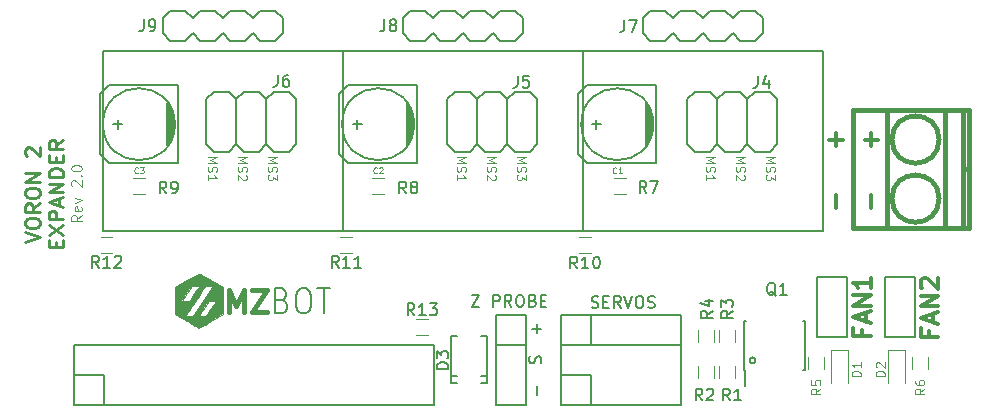
<source format=gto>
G04 #@! TF.FileFunction,Legend,Top*
%FSLAX46Y46*%
G04 Gerber Fmt 4.6, Leading zero omitted, Abs format (unit mm)*
G04 Created by KiCad (PCBNEW 4.0.2-stable) date 12/31/2017 6:43:37 PM*
%MOMM*%
G01*
G04 APERTURE LIST*
%ADD10C,0.100000*%
%ADD11C,0.200000*%
%ADD12C,0.300000*%
%ADD13C,0.420000*%
%ADD14C,0.375000*%
%ADD15C,0.101600*%
%ADD16C,0.254000*%
%ADD17C,0.119380*%
%ADD18C,0.150000*%
%ADD19C,0.120000*%
%ADD20C,0.152400*%
%ADD21C,0.203200*%
%ADD22C,0.127000*%
%ADD23C,0.381000*%
%ADD24C,0.010000*%
G04 APERTURE END LIST*
D10*
D11*
X179483333Y-120704762D02*
X179626190Y-120752381D01*
X179864286Y-120752381D01*
X179959524Y-120704762D01*
X180007143Y-120657143D01*
X180054762Y-120561905D01*
X180054762Y-120466667D01*
X180007143Y-120371429D01*
X179959524Y-120323810D01*
X179864286Y-120276190D01*
X179673809Y-120228571D01*
X179578571Y-120180952D01*
X179530952Y-120133333D01*
X179483333Y-120038095D01*
X179483333Y-119942857D01*
X179530952Y-119847619D01*
X179578571Y-119800000D01*
X179673809Y-119752381D01*
X179911905Y-119752381D01*
X180054762Y-119800000D01*
X180483333Y-120228571D02*
X180816667Y-120228571D01*
X180959524Y-120752381D02*
X180483333Y-120752381D01*
X180483333Y-119752381D01*
X180959524Y-119752381D01*
X181959524Y-120752381D02*
X181626190Y-120276190D01*
X181388095Y-120752381D02*
X181388095Y-119752381D01*
X181769048Y-119752381D01*
X181864286Y-119800000D01*
X181911905Y-119847619D01*
X181959524Y-119942857D01*
X181959524Y-120085714D01*
X181911905Y-120180952D01*
X181864286Y-120228571D01*
X181769048Y-120276190D01*
X181388095Y-120276190D01*
X182245238Y-119752381D02*
X182578571Y-120752381D01*
X182911905Y-119752381D01*
X183435714Y-119752381D02*
X183626191Y-119752381D01*
X183721429Y-119800000D01*
X183816667Y-119895238D01*
X183864286Y-120085714D01*
X183864286Y-120419048D01*
X183816667Y-120609524D01*
X183721429Y-120704762D01*
X183626191Y-120752381D01*
X183435714Y-120752381D01*
X183340476Y-120704762D01*
X183245238Y-120609524D01*
X183197619Y-120419048D01*
X183197619Y-120085714D01*
X183245238Y-119895238D01*
X183340476Y-119800000D01*
X183435714Y-119752381D01*
X184245238Y-120704762D02*
X184388095Y-120752381D01*
X184626191Y-120752381D01*
X184721429Y-120704762D01*
X184769048Y-120657143D01*
X184816667Y-120561905D01*
X184816667Y-120466667D01*
X184769048Y-120371429D01*
X184721429Y-120323810D01*
X184626191Y-120276190D01*
X184435714Y-120228571D01*
X184340476Y-120180952D01*
X184292857Y-120133333D01*
X184245238Y-120038095D01*
X184245238Y-119942857D01*
X184292857Y-119847619D01*
X184340476Y-119800000D01*
X184435714Y-119752381D01*
X184673810Y-119752381D01*
X184816667Y-119800000D01*
X169309524Y-119652381D02*
X169976191Y-119652381D01*
X169309524Y-120652381D01*
X169976191Y-120652381D01*
X171119048Y-120652381D02*
X171119048Y-119652381D01*
X171500001Y-119652381D01*
X171595239Y-119700000D01*
X171642858Y-119747619D01*
X171690477Y-119842857D01*
X171690477Y-119985714D01*
X171642858Y-120080952D01*
X171595239Y-120128571D01*
X171500001Y-120176190D01*
X171119048Y-120176190D01*
X172690477Y-120652381D02*
X172357143Y-120176190D01*
X172119048Y-120652381D02*
X172119048Y-119652381D01*
X172500001Y-119652381D01*
X172595239Y-119700000D01*
X172642858Y-119747619D01*
X172690477Y-119842857D01*
X172690477Y-119985714D01*
X172642858Y-120080952D01*
X172595239Y-120128571D01*
X172500001Y-120176190D01*
X172119048Y-120176190D01*
X173309524Y-119652381D02*
X173500001Y-119652381D01*
X173595239Y-119700000D01*
X173690477Y-119795238D01*
X173738096Y-119985714D01*
X173738096Y-120319048D01*
X173690477Y-120509524D01*
X173595239Y-120604762D01*
X173500001Y-120652381D01*
X173309524Y-120652381D01*
X173214286Y-120604762D01*
X173119048Y-120509524D01*
X173071429Y-120319048D01*
X173071429Y-119985714D01*
X173119048Y-119795238D01*
X173214286Y-119700000D01*
X173309524Y-119652381D01*
X174500001Y-120128571D02*
X174642858Y-120176190D01*
X174690477Y-120223810D01*
X174738096Y-120319048D01*
X174738096Y-120461905D01*
X174690477Y-120557143D01*
X174642858Y-120604762D01*
X174547620Y-120652381D01*
X174166667Y-120652381D01*
X174166667Y-119652381D01*
X174500001Y-119652381D01*
X174595239Y-119700000D01*
X174642858Y-119747619D01*
X174690477Y-119842857D01*
X174690477Y-119938095D01*
X174642858Y-120033333D01*
X174595239Y-120080952D01*
X174500001Y-120128571D01*
X174166667Y-120128571D01*
X175166667Y-120128571D02*
X175500001Y-120128571D01*
X175642858Y-120652381D02*
X175166667Y-120652381D01*
X175166667Y-119652381D01*
X175642858Y-119652381D01*
X174821429Y-128150000D02*
X174821429Y-127388095D01*
X175154762Y-125435714D02*
X175202381Y-125292857D01*
X175202381Y-125054761D01*
X175154762Y-124959523D01*
X175107143Y-124911904D01*
X175011905Y-124864285D01*
X174916667Y-124864285D01*
X174821429Y-124911904D01*
X174773810Y-124959523D01*
X174726190Y-125054761D01*
X174678571Y-125245238D01*
X174630952Y-125340476D01*
X174583333Y-125388095D01*
X174488095Y-125435714D01*
X174392857Y-125435714D01*
X174297619Y-125388095D01*
X174250000Y-125340476D01*
X174202381Y-125245238D01*
X174202381Y-125007142D01*
X174250000Y-124864285D01*
X174821429Y-122911904D02*
X174821429Y-122149999D01*
X175202381Y-122530951D02*
X174440476Y-122530951D01*
D12*
X208042857Y-122678571D02*
X208042857Y-123178571D01*
X208828571Y-123178571D02*
X207328571Y-123178571D01*
X207328571Y-122464285D01*
X208400000Y-121964286D02*
X208400000Y-121250000D01*
X208828571Y-122107143D02*
X207328571Y-121607143D01*
X208828571Y-121107143D01*
X208828571Y-120607143D02*
X207328571Y-120607143D01*
X208828571Y-119750000D01*
X207328571Y-119750000D01*
X207471429Y-119107143D02*
X207400000Y-119035714D01*
X207328571Y-118892857D01*
X207328571Y-118535714D01*
X207400000Y-118392857D01*
X207471429Y-118321428D01*
X207614286Y-118250000D01*
X207757143Y-118250000D01*
X207971429Y-118321428D01*
X208828571Y-119178571D01*
X208828571Y-118250000D01*
X202342857Y-122628571D02*
X202342857Y-123128571D01*
X203128571Y-123128571D02*
X201628571Y-123128571D01*
X201628571Y-122414285D01*
X202700000Y-121914286D02*
X202700000Y-121200000D01*
X203128571Y-122057143D02*
X201628571Y-121557143D01*
X203128571Y-121057143D01*
X203128571Y-120557143D02*
X201628571Y-120557143D01*
X203128571Y-119700000D01*
X201628571Y-119700000D01*
X203128571Y-118200000D02*
X203128571Y-119057143D01*
X203128571Y-118628571D02*
X201628571Y-118628571D01*
X201842857Y-118771428D01*
X201985714Y-118914286D01*
X202057143Y-119057143D01*
D11*
X153266667Y-120100000D02*
X153538096Y-120200000D01*
X153628572Y-120300000D01*
X153719048Y-120500000D01*
X153719048Y-120800000D01*
X153628572Y-121000000D01*
X153538096Y-121100000D01*
X153357143Y-121200000D01*
X152633334Y-121200000D01*
X152633334Y-119100000D01*
X153266667Y-119100000D01*
X153447620Y-119200000D01*
X153538096Y-119300000D01*
X153628572Y-119500000D01*
X153628572Y-119700000D01*
X153538096Y-119900000D01*
X153447620Y-120000000D01*
X153266667Y-120100000D01*
X152633334Y-120100000D01*
X154895239Y-119100000D02*
X155257143Y-119100000D01*
X155438096Y-119200000D01*
X155619048Y-119400000D01*
X155709524Y-119800000D01*
X155709524Y-120500000D01*
X155619048Y-120900000D01*
X155438096Y-121100000D01*
X155257143Y-121200000D01*
X154895239Y-121200000D01*
X154714286Y-121100000D01*
X154533334Y-120900000D01*
X154442858Y-120500000D01*
X154442858Y-119800000D01*
X154533334Y-119400000D01*
X154714286Y-119200000D01*
X154895239Y-119100000D01*
X156252381Y-119100000D02*
X157338096Y-119100000D01*
X156795239Y-121200000D02*
X156795239Y-119100000D01*
D13*
X148761905Y-121109524D02*
X148761905Y-119209524D01*
X149395238Y-120566667D01*
X150028572Y-119209524D01*
X150028572Y-121109524D01*
X150752382Y-119209524D02*
X152019048Y-119209524D01*
X150752382Y-121109524D01*
X152019048Y-121109524D01*
D12*
X203157143Y-107071428D02*
X203157143Y-105928571D01*
X203728571Y-106500000D02*
X202585714Y-106500000D01*
D14*
X200157143Y-107071428D02*
X200157143Y-105928571D01*
X200728571Y-106500000D02*
X199585714Y-106500000D01*
X200171429Y-112321428D02*
X200171429Y-111178571D01*
D15*
X136329067Y-112891499D02*
X135905733Y-113187833D01*
X136329067Y-113399499D02*
X135440067Y-113399499D01*
X135440067Y-113060833D01*
X135482400Y-112976166D01*
X135524733Y-112933833D01*
X135609400Y-112891499D01*
X135736400Y-112891499D01*
X135821067Y-112933833D01*
X135863400Y-112976166D01*
X135905733Y-113060833D01*
X135905733Y-113399499D01*
X136286733Y-112171833D02*
X136329067Y-112256499D01*
X136329067Y-112425833D01*
X136286733Y-112510499D01*
X136202067Y-112552833D01*
X135863400Y-112552833D01*
X135778733Y-112510499D01*
X135736400Y-112425833D01*
X135736400Y-112256499D01*
X135778733Y-112171833D01*
X135863400Y-112129499D01*
X135948067Y-112129499D01*
X136032733Y-112552833D01*
X135736400Y-111833166D02*
X136329067Y-111621499D01*
X135736400Y-111409833D01*
X135524733Y-110436167D02*
X135482400Y-110393833D01*
X135440067Y-110309167D01*
X135440067Y-110097500D01*
X135482400Y-110012833D01*
X135524733Y-109970500D01*
X135609400Y-109928167D01*
X135694067Y-109928167D01*
X135821067Y-109970500D01*
X136329067Y-110478500D01*
X136329067Y-109928167D01*
X136244400Y-109547166D02*
X136286733Y-109504833D01*
X136329067Y-109547166D01*
X136286733Y-109589500D01*
X136244400Y-109547166D01*
X136329067Y-109547166D01*
X135440067Y-108954500D02*
X135440067Y-108869833D01*
X135482400Y-108785167D01*
X135524733Y-108742833D01*
X135609400Y-108700500D01*
X135778733Y-108658167D01*
X135990400Y-108658167D01*
X136159733Y-108700500D01*
X136244400Y-108742833D01*
X136286733Y-108785167D01*
X136329067Y-108869833D01*
X136329067Y-108954500D01*
X136286733Y-109039167D01*
X136244400Y-109081500D01*
X136159733Y-109123833D01*
X135990400Y-109166167D01*
X135778733Y-109166167D01*
X135609400Y-109123833D01*
X135524733Y-109081500D01*
X135482400Y-109039167D01*
X135440067Y-108954500D01*
D16*
X131520213Y-115159767D02*
X132764813Y-114744900D01*
X131520213Y-114330033D01*
X131520213Y-113678100D02*
X131520213Y-113441033D01*
X131579480Y-113322500D01*
X131698013Y-113203967D01*
X131935080Y-113144700D01*
X132349947Y-113144700D01*
X132587013Y-113203967D01*
X132705547Y-113322500D01*
X132764813Y-113441033D01*
X132764813Y-113678100D01*
X132705547Y-113796633D01*
X132587013Y-113915167D01*
X132349947Y-113974433D01*
X131935080Y-113974433D01*
X131698013Y-113915167D01*
X131579480Y-113796633D01*
X131520213Y-113678100D01*
X132764813Y-111900100D02*
X132172147Y-112314966D01*
X132764813Y-112611300D02*
X131520213Y-112611300D01*
X131520213Y-112137166D01*
X131579480Y-112018633D01*
X131638747Y-111959366D01*
X131757280Y-111900100D01*
X131935080Y-111900100D01*
X132053613Y-111959366D01*
X132112880Y-112018633D01*
X132172147Y-112137166D01*
X132172147Y-112611300D01*
X131520213Y-111129633D02*
X131520213Y-110892566D01*
X131579480Y-110774033D01*
X131698013Y-110655500D01*
X131935080Y-110596233D01*
X132349947Y-110596233D01*
X132587013Y-110655500D01*
X132705547Y-110774033D01*
X132764813Y-110892566D01*
X132764813Y-111129633D01*
X132705547Y-111248166D01*
X132587013Y-111366700D01*
X132349947Y-111425966D01*
X131935080Y-111425966D01*
X131698013Y-111366700D01*
X131579480Y-111248166D01*
X131520213Y-111129633D01*
X132764813Y-110062833D02*
X131520213Y-110062833D01*
X132764813Y-109351633D01*
X131520213Y-109351633D01*
X131638747Y-107869965D02*
X131579480Y-107810699D01*
X131520213Y-107692165D01*
X131520213Y-107395832D01*
X131579480Y-107277299D01*
X131638747Y-107218032D01*
X131757280Y-107158765D01*
X131875813Y-107158765D01*
X132053613Y-107218032D01*
X132764813Y-107929232D01*
X132764813Y-107158765D01*
X134109320Y-115574634D02*
X134109320Y-115159767D01*
X134761253Y-114981967D02*
X134761253Y-115574634D01*
X133516653Y-115574634D01*
X133516653Y-114981967D01*
X133516653Y-114567100D02*
X134761253Y-113737367D01*
X133516653Y-113737367D02*
X134761253Y-114567100D01*
X134761253Y-113263234D02*
X133516653Y-113263234D01*
X133516653Y-112789100D01*
X133575920Y-112670567D01*
X133635187Y-112611300D01*
X133753720Y-112552034D01*
X133931520Y-112552034D01*
X134050053Y-112611300D01*
X134109320Y-112670567D01*
X134168587Y-112789100D01*
X134168587Y-113263234D01*
X134405653Y-112077900D02*
X134405653Y-111485234D01*
X134761253Y-112196434D02*
X133516653Y-111781567D01*
X134761253Y-111366700D01*
X134761253Y-110951834D02*
X133516653Y-110951834D01*
X134761253Y-110240634D01*
X133516653Y-110240634D01*
X134761253Y-109647967D02*
X133516653Y-109647967D01*
X133516653Y-109351633D01*
X133575920Y-109173833D01*
X133694453Y-109055300D01*
X133812987Y-108996033D01*
X134050053Y-108936767D01*
X134227853Y-108936767D01*
X134464920Y-108996033D01*
X134583453Y-109055300D01*
X134701987Y-109173833D01*
X134761253Y-109351633D01*
X134761253Y-109647967D01*
X134109320Y-108403367D02*
X134109320Y-107988500D01*
X134761253Y-107810700D02*
X134761253Y-108403367D01*
X133516653Y-108403367D01*
X133516653Y-107810700D01*
X134761253Y-106566100D02*
X134168587Y-106980966D01*
X134761253Y-107277300D02*
X133516653Y-107277300D01*
X133516653Y-106803166D01*
X133575920Y-106684633D01*
X133635187Y-106625366D01*
X133753720Y-106566100D01*
X133931520Y-106566100D01*
X134050053Y-106625366D01*
X134109320Y-106684633D01*
X134168587Y-106803166D01*
X134168587Y-107277300D01*
D12*
X203121429Y-112321428D02*
X203121429Y-111178571D01*
D17*
X194213286Y-107950287D02*
X194975286Y-107950287D01*
X194431000Y-108204287D01*
X194975286Y-108458287D01*
X194213286Y-108458287D01*
X194249571Y-108784858D02*
X194213286Y-108893715D01*
X194213286Y-109075144D01*
X194249571Y-109147715D01*
X194285857Y-109184001D01*
X194358429Y-109220286D01*
X194431000Y-109220286D01*
X194503571Y-109184001D01*
X194539857Y-109147715D01*
X194576143Y-109075144D01*
X194612429Y-108930001D01*
X194648714Y-108857429D01*
X194685000Y-108821144D01*
X194757571Y-108784858D01*
X194830143Y-108784858D01*
X194902714Y-108821144D01*
X194939000Y-108857429D01*
X194975286Y-108930001D01*
X194975286Y-109111429D01*
X194939000Y-109220286D01*
X194975286Y-109474286D02*
X194975286Y-109946000D01*
X194685000Y-109692000D01*
X194685000Y-109800858D01*
X194648714Y-109873429D01*
X194612429Y-109909715D01*
X194539857Y-109946000D01*
X194358429Y-109946000D01*
X194285857Y-109909715D01*
X194249571Y-109873429D01*
X194213286Y-109800858D01*
X194213286Y-109583143D01*
X194249571Y-109510572D01*
X194285857Y-109474286D01*
X191673286Y-107950287D02*
X192435286Y-107950287D01*
X191891000Y-108204287D01*
X192435286Y-108458287D01*
X191673286Y-108458287D01*
X191709571Y-108784858D02*
X191673286Y-108893715D01*
X191673286Y-109075144D01*
X191709571Y-109147715D01*
X191745857Y-109184001D01*
X191818429Y-109220286D01*
X191891000Y-109220286D01*
X191963571Y-109184001D01*
X191999857Y-109147715D01*
X192036143Y-109075144D01*
X192072429Y-108930001D01*
X192108714Y-108857429D01*
X192145000Y-108821144D01*
X192217571Y-108784858D01*
X192290143Y-108784858D01*
X192362714Y-108821144D01*
X192399000Y-108857429D01*
X192435286Y-108930001D01*
X192435286Y-109111429D01*
X192399000Y-109220286D01*
X192362714Y-109510572D02*
X192399000Y-109546858D01*
X192435286Y-109619429D01*
X192435286Y-109800858D01*
X192399000Y-109873429D01*
X192362714Y-109909715D01*
X192290143Y-109946000D01*
X192217571Y-109946000D01*
X192108714Y-109909715D01*
X191673286Y-109474286D01*
X191673286Y-109946000D01*
X189133286Y-107950287D02*
X189895286Y-107950287D01*
X189351000Y-108204287D01*
X189895286Y-108458287D01*
X189133286Y-108458287D01*
X189169571Y-108784858D02*
X189133286Y-108893715D01*
X189133286Y-109075144D01*
X189169571Y-109147715D01*
X189205857Y-109184001D01*
X189278429Y-109220286D01*
X189351000Y-109220286D01*
X189423571Y-109184001D01*
X189459857Y-109147715D01*
X189496143Y-109075144D01*
X189532429Y-108930001D01*
X189568714Y-108857429D01*
X189605000Y-108821144D01*
X189677571Y-108784858D01*
X189750143Y-108784858D01*
X189822714Y-108821144D01*
X189859000Y-108857429D01*
X189895286Y-108930001D01*
X189895286Y-109111429D01*
X189859000Y-109220286D01*
X189133286Y-109946000D02*
X189133286Y-109510572D01*
X189133286Y-109728286D02*
X189895286Y-109728286D01*
X189786429Y-109655715D01*
X189713857Y-109583143D01*
X189677571Y-109510572D01*
X173131286Y-107950287D02*
X173893286Y-107950287D01*
X173349000Y-108204287D01*
X173893286Y-108458287D01*
X173131286Y-108458287D01*
X173167571Y-108784858D02*
X173131286Y-108893715D01*
X173131286Y-109075144D01*
X173167571Y-109147715D01*
X173203857Y-109184001D01*
X173276429Y-109220286D01*
X173349000Y-109220286D01*
X173421571Y-109184001D01*
X173457857Y-109147715D01*
X173494143Y-109075144D01*
X173530429Y-108930001D01*
X173566714Y-108857429D01*
X173603000Y-108821144D01*
X173675571Y-108784858D01*
X173748143Y-108784858D01*
X173820714Y-108821144D01*
X173857000Y-108857429D01*
X173893286Y-108930001D01*
X173893286Y-109111429D01*
X173857000Y-109220286D01*
X173893286Y-109474286D02*
X173893286Y-109946000D01*
X173603000Y-109692000D01*
X173603000Y-109800858D01*
X173566714Y-109873429D01*
X173530429Y-109909715D01*
X173457857Y-109946000D01*
X173276429Y-109946000D01*
X173203857Y-109909715D01*
X173167571Y-109873429D01*
X173131286Y-109800858D01*
X173131286Y-109583143D01*
X173167571Y-109510572D01*
X173203857Y-109474286D01*
X170591286Y-107950287D02*
X171353286Y-107950287D01*
X170809000Y-108204287D01*
X171353286Y-108458287D01*
X170591286Y-108458287D01*
X170627571Y-108784858D02*
X170591286Y-108893715D01*
X170591286Y-109075144D01*
X170627571Y-109147715D01*
X170663857Y-109184001D01*
X170736429Y-109220286D01*
X170809000Y-109220286D01*
X170881571Y-109184001D01*
X170917857Y-109147715D01*
X170954143Y-109075144D01*
X170990429Y-108930001D01*
X171026714Y-108857429D01*
X171063000Y-108821144D01*
X171135571Y-108784858D01*
X171208143Y-108784858D01*
X171280714Y-108821144D01*
X171317000Y-108857429D01*
X171353286Y-108930001D01*
X171353286Y-109111429D01*
X171317000Y-109220286D01*
X171280714Y-109510572D02*
X171317000Y-109546858D01*
X171353286Y-109619429D01*
X171353286Y-109800858D01*
X171317000Y-109873429D01*
X171280714Y-109909715D01*
X171208143Y-109946000D01*
X171135571Y-109946000D01*
X171026714Y-109909715D01*
X170591286Y-109474286D01*
X170591286Y-109946000D01*
X168051286Y-107950287D02*
X168813286Y-107950287D01*
X168269000Y-108204287D01*
X168813286Y-108458287D01*
X168051286Y-108458287D01*
X168087571Y-108784858D02*
X168051286Y-108893715D01*
X168051286Y-109075144D01*
X168087571Y-109147715D01*
X168123857Y-109184001D01*
X168196429Y-109220286D01*
X168269000Y-109220286D01*
X168341571Y-109184001D01*
X168377857Y-109147715D01*
X168414143Y-109075144D01*
X168450429Y-108930001D01*
X168486714Y-108857429D01*
X168523000Y-108821144D01*
X168595571Y-108784858D01*
X168668143Y-108784858D01*
X168740714Y-108821144D01*
X168777000Y-108857429D01*
X168813286Y-108930001D01*
X168813286Y-109111429D01*
X168777000Y-109220286D01*
X168051286Y-109946000D02*
X168051286Y-109510572D01*
X168051286Y-109728286D02*
X168813286Y-109728286D01*
X168704429Y-109655715D01*
X168631857Y-109583143D01*
X168595571Y-109510572D01*
X152049286Y-107950287D02*
X152811286Y-107950287D01*
X152267000Y-108204287D01*
X152811286Y-108458287D01*
X152049286Y-108458287D01*
X152085571Y-108784858D02*
X152049286Y-108893715D01*
X152049286Y-109075144D01*
X152085571Y-109147715D01*
X152121857Y-109184001D01*
X152194429Y-109220286D01*
X152267000Y-109220286D01*
X152339571Y-109184001D01*
X152375857Y-109147715D01*
X152412143Y-109075144D01*
X152448429Y-108930001D01*
X152484714Y-108857429D01*
X152521000Y-108821144D01*
X152593571Y-108784858D01*
X152666143Y-108784858D01*
X152738714Y-108821144D01*
X152775000Y-108857429D01*
X152811286Y-108930001D01*
X152811286Y-109111429D01*
X152775000Y-109220286D01*
X152811286Y-109474286D02*
X152811286Y-109946000D01*
X152521000Y-109692000D01*
X152521000Y-109800858D01*
X152484714Y-109873429D01*
X152448429Y-109909715D01*
X152375857Y-109946000D01*
X152194429Y-109946000D01*
X152121857Y-109909715D01*
X152085571Y-109873429D01*
X152049286Y-109800858D01*
X152049286Y-109583143D01*
X152085571Y-109510572D01*
X152121857Y-109474286D01*
X149509286Y-107950287D02*
X150271286Y-107950287D01*
X149727000Y-108204287D01*
X150271286Y-108458287D01*
X149509286Y-108458287D01*
X149545571Y-108784858D02*
X149509286Y-108893715D01*
X149509286Y-109075144D01*
X149545571Y-109147715D01*
X149581857Y-109184001D01*
X149654429Y-109220286D01*
X149727000Y-109220286D01*
X149799571Y-109184001D01*
X149835857Y-109147715D01*
X149872143Y-109075144D01*
X149908429Y-108930001D01*
X149944714Y-108857429D01*
X149981000Y-108821144D01*
X150053571Y-108784858D01*
X150126143Y-108784858D01*
X150198714Y-108821144D01*
X150235000Y-108857429D01*
X150271286Y-108930001D01*
X150271286Y-109111429D01*
X150235000Y-109220286D01*
X150198714Y-109510572D02*
X150235000Y-109546858D01*
X150271286Y-109619429D01*
X150271286Y-109800858D01*
X150235000Y-109873429D01*
X150198714Y-109909715D01*
X150126143Y-109946000D01*
X150053571Y-109946000D01*
X149944714Y-109909715D01*
X149509286Y-109474286D01*
X149509286Y-109946000D01*
X146969286Y-107950287D02*
X147731286Y-107950287D01*
X147187000Y-108204287D01*
X147731286Y-108458287D01*
X146969286Y-108458287D01*
X147005571Y-108784858D02*
X146969286Y-108893715D01*
X146969286Y-109075144D01*
X147005571Y-109147715D01*
X147041857Y-109184001D01*
X147114429Y-109220286D01*
X147187000Y-109220286D01*
X147259571Y-109184001D01*
X147295857Y-109147715D01*
X147332143Y-109075144D01*
X147368429Y-108930001D01*
X147404714Y-108857429D01*
X147441000Y-108821144D01*
X147513571Y-108784858D01*
X147586143Y-108784858D01*
X147658714Y-108821144D01*
X147695000Y-108857429D01*
X147731286Y-108930001D01*
X147731286Y-109111429D01*
X147695000Y-109220286D01*
X146969286Y-109946000D02*
X146969286Y-109510572D01*
X146969286Y-109728286D02*
X147731286Y-109728286D01*
X147622429Y-109655715D01*
X147549857Y-109583143D01*
X147513571Y-109510572D01*
D18*
X171414800Y-123876600D02*
X173954800Y-123876600D01*
X171414800Y-121336600D02*
X173954800Y-121336600D01*
X173954800Y-121336600D02*
X173954800Y-128956600D01*
X173954800Y-128956600D02*
X171414800Y-128956600D01*
X171414800Y-128956600D02*
X171414800Y-121336600D01*
X199050000Y-114250000D02*
X178730000Y-114250000D01*
X178730000Y-114250000D02*
X178730000Y-99010000D01*
X178730000Y-99010000D02*
X199050000Y-99010000D01*
X199050000Y-99010000D02*
X199050000Y-114250000D01*
X178730000Y-114250000D02*
X158410000Y-114250000D01*
X158410000Y-114250000D02*
X158410000Y-99010000D01*
X158410000Y-99010000D02*
X178730000Y-99010000D01*
X178730000Y-99010000D02*
X178730000Y-114250000D01*
D19*
X201150000Y-124350000D02*
X199750000Y-124350000D01*
X199750000Y-124350000D02*
X199750000Y-127150000D01*
X201150000Y-124350000D02*
X201150000Y-127150000D01*
X206000000Y-124350000D02*
X204600000Y-124350000D01*
X204600000Y-124350000D02*
X204600000Y-127150000D01*
X206000000Y-124350000D02*
X206000000Y-127150000D01*
D20*
X187590000Y-106905000D02*
X188225000Y-107540000D01*
X189495000Y-107540000D02*
X190130000Y-106905000D01*
X190130000Y-106905000D02*
X190765000Y-107540000D01*
X192035000Y-107540000D02*
X192670000Y-106905000D01*
X187590000Y-106905000D02*
X187590000Y-103095000D01*
X187590000Y-103095000D02*
X188225000Y-102460000D01*
X188225000Y-102460000D02*
X189495000Y-102460000D01*
X189495000Y-102460000D02*
X190130000Y-103095000D01*
X190130000Y-103095000D02*
X190765000Y-102460000D01*
X190765000Y-102460000D02*
X192035000Y-102460000D01*
X192035000Y-102460000D02*
X192670000Y-103095000D01*
X190130000Y-103095000D02*
X190130000Y-106905000D01*
X192670000Y-103095000D02*
X192670000Y-106905000D01*
X190765000Y-107540000D02*
X192035000Y-107540000D01*
X188225000Y-107540000D02*
X189495000Y-107540000D01*
X192670000Y-106905000D02*
X193305000Y-107540000D01*
X194575000Y-107540000D02*
X195210000Y-106905000D01*
X192670000Y-103095000D02*
X193305000Y-102460000D01*
X193305000Y-102460000D02*
X194575000Y-102460000D01*
X194575000Y-102460000D02*
X195210000Y-103095000D01*
X195210000Y-103095000D02*
X195210000Y-106905000D01*
X193305000Y-107540000D02*
X194575000Y-107540000D01*
X167240000Y-106905000D02*
X167875000Y-107540000D01*
X169145000Y-107540000D02*
X169780000Y-106905000D01*
X169780000Y-106905000D02*
X170415000Y-107540000D01*
X171685000Y-107540000D02*
X172320000Y-106905000D01*
X167240000Y-106905000D02*
X167240000Y-103095000D01*
X167240000Y-103095000D02*
X167875000Y-102460000D01*
X167875000Y-102460000D02*
X169145000Y-102460000D01*
X169145000Y-102460000D02*
X169780000Y-103095000D01*
X169780000Y-103095000D02*
X170415000Y-102460000D01*
X170415000Y-102460000D02*
X171685000Y-102460000D01*
X171685000Y-102460000D02*
X172320000Y-103095000D01*
X169780000Y-103095000D02*
X169780000Y-106905000D01*
X172320000Y-103095000D02*
X172320000Y-106905000D01*
X170415000Y-107540000D02*
X171685000Y-107540000D01*
X167875000Y-107540000D02*
X169145000Y-107540000D01*
X172320000Y-106905000D02*
X172955000Y-107540000D01*
X174225000Y-107540000D02*
X174860000Y-106905000D01*
X172320000Y-103095000D02*
X172955000Y-102460000D01*
X172955000Y-102460000D02*
X174225000Y-102460000D01*
X174225000Y-102460000D02*
X174860000Y-103095000D01*
X174860000Y-103095000D02*
X174860000Y-106905000D01*
X172955000Y-107540000D02*
X174225000Y-107540000D01*
X146840000Y-106905000D02*
X147475000Y-107540000D01*
X148745000Y-107540000D02*
X149380000Y-106905000D01*
X149380000Y-106905000D02*
X150015000Y-107540000D01*
X151285000Y-107540000D02*
X151920000Y-106905000D01*
X146840000Y-106905000D02*
X146840000Y-103095000D01*
X146840000Y-103095000D02*
X147475000Y-102460000D01*
X147475000Y-102460000D02*
X148745000Y-102460000D01*
X148745000Y-102460000D02*
X149380000Y-103095000D01*
X149380000Y-103095000D02*
X150015000Y-102460000D01*
X150015000Y-102460000D02*
X151285000Y-102460000D01*
X151285000Y-102460000D02*
X151920000Y-103095000D01*
X149380000Y-103095000D02*
X149380000Y-106905000D01*
X151920000Y-103095000D02*
X151920000Y-106905000D01*
X150015000Y-107540000D02*
X151285000Y-107540000D01*
X147475000Y-107540000D02*
X148745000Y-107540000D01*
X151920000Y-106905000D02*
X152555000Y-107540000D01*
X153825000Y-107540000D02*
X154460000Y-106905000D01*
X151920000Y-103095000D02*
X152555000Y-102460000D01*
X152555000Y-102460000D02*
X153825000Y-102460000D01*
X153825000Y-102460000D02*
X154460000Y-103095000D01*
X154460000Y-103095000D02*
X154460000Y-106905000D01*
X152555000Y-107540000D02*
X153825000Y-107540000D01*
D21*
X192065000Y-95581000D02*
X193335000Y-95581000D01*
X193335000Y-95581000D02*
X193970000Y-96216000D01*
X193970000Y-97486000D02*
X193335000Y-98121000D01*
X188890000Y-96216000D02*
X189525000Y-95581000D01*
X189525000Y-95581000D02*
X190795000Y-95581000D01*
X190795000Y-95581000D02*
X191430000Y-96216000D01*
X191430000Y-97486000D02*
X190795000Y-98121000D01*
X190795000Y-98121000D02*
X189525000Y-98121000D01*
X189525000Y-98121000D02*
X188890000Y-97486000D01*
X192065000Y-95581000D02*
X191430000Y-96216000D01*
X191430000Y-97486000D02*
X192065000Y-98121000D01*
X193335000Y-98121000D02*
X192065000Y-98121000D01*
X184445000Y-95581000D02*
X185715000Y-95581000D01*
X185715000Y-95581000D02*
X186350000Y-96216000D01*
X186350000Y-97486000D02*
X185715000Y-98121000D01*
X186350000Y-96216000D02*
X186985000Y-95581000D01*
X186985000Y-95581000D02*
X188255000Y-95581000D01*
X188255000Y-95581000D02*
X188890000Y-96216000D01*
X188890000Y-97486000D02*
X188255000Y-98121000D01*
X188255000Y-98121000D02*
X186985000Y-98121000D01*
X186985000Y-98121000D02*
X186350000Y-97486000D01*
X183810000Y-96216000D02*
X183810000Y-97486000D01*
X184445000Y-95581000D02*
X183810000Y-96216000D01*
X183810000Y-97486000D02*
X184445000Y-98121000D01*
X185715000Y-98121000D02*
X184445000Y-98121000D01*
X193970000Y-96216000D02*
X193970000Y-97486000D01*
X171745000Y-95581000D02*
X173015000Y-95581000D01*
X173015000Y-95581000D02*
X173650000Y-96216000D01*
X173650000Y-97486000D02*
X173015000Y-98121000D01*
X168570000Y-96216000D02*
X169205000Y-95581000D01*
X169205000Y-95581000D02*
X170475000Y-95581000D01*
X170475000Y-95581000D02*
X171110000Y-96216000D01*
X171110000Y-97486000D02*
X170475000Y-98121000D01*
X170475000Y-98121000D02*
X169205000Y-98121000D01*
X169205000Y-98121000D02*
X168570000Y-97486000D01*
X171745000Y-95581000D02*
X171110000Y-96216000D01*
X171110000Y-97486000D02*
X171745000Y-98121000D01*
X173015000Y-98121000D02*
X171745000Y-98121000D01*
X164125000Y-95581000D02*
X165395000Y-95581000D01*
X165395000Y-95581000D02*
X166030000Y-96216000D01*
X166030000Y-97486000D02*
X165395000Y-98121000D01*
X166030000Y-96216000D02*
X166665000Y-95581000D01*
X166665000Y-95581000D02*
X167935000Y-95581000D01*
X167935000Y-95581000D02*
X168570000Y-96216000D01*
X168570000Y-97486000D02*
X167935000Y-98121000D01*
X167935000Y-98121000D02*
X166665000Y-98121000D01*
X166665000Y-98121000D02*
X166030000Y-97486000D01*
X163490000Y-96216000D02*
X163490000Y-97486000D01*
X164125000Y-95581000D02*
X163490000Y-96216000D01*
X163490000Y-97486000D02*
X164125000Y-98121000D01*
X165395000Y-98121000D02*
X164125000Y-98121000D01*
X173650000Y-96216000D02*
X173650000Y-97486000D01*
X151425000Y-95581000D02*
X152695000Y-95581000D01*
X152695000Y-95581000D02*
X153330000Y-96216000D01*
X153330000Y-97486000D02*
X152695000Y-98121000D01*
X148250000Y-96216000D02*
X148885000Y-95581000D01*
X148885000Y-95581000D02*
X150155000Y-95581000D01*
X150155000Y-95581000D02*
X150790000Y-96216000D01*
X150790000Y-97486000D02*
X150155000Y-98121000D01*
X150155000Y-98121000D02*
X148885000Y-98121000D01*
X148885000Y-98121000D02*
X148250000Y-97486000D01*
X151425000Y-95581000D02*
X150790000Y-96216000D01*
X150790000Y-97486000D02*
X151425000Y-98121000D01*
X152695000Y-98121000D02*
X151425000Y-98121000D01*
X143805000Y-95581000D02*
X145075000Y-95581000D01*
X145075000Y-95581000D02*
X145710000Y-96216000D01*
X145710000Y-97486000D02*
X145075000Y-98121000D01*
X145710000Y-96216000D02*
X146345000Y-95581000D01*
X146345000Y-95581000D02*
X147615000Y-95581000D01*
X147615000Y-95581000D02*
X148250000Y-96216000D01*
X148250000Y-97486000D02*
X147615000Y-98121000D01*
X147615000Y-98121000D02*
X146345000Y-98121000D01*
X146345000Y-98121000D02*
X145710000Y-97486000D01*
X143170000Y-96216000D02*
X143170000Y-97486000D01*
X143805000Y-95581000D02*
X143170000Y-96216000D01*
X143170000Y-97486000D02*
X143805000Y-98121000D01*
X145075000Y-98121000D02*
X143805000Y-98121000D01*
X153330000Y-96216000D02*
X153330000Y-97486000D01*
D19*
X190270000Y-126650000D02*
X190270000Y-125650000D01*
X191630000Y-125650000D02*
X191630000Y-126650000D01*
X188520000Y-126650000D02*
X188520000Y-125650000D01*
X189880000Y-125650000D02*
X189880000Y-126650000D01*
X190270000Y-123650000D02*
X190270000Y-122650000D01*
X191630000Y-122650000D02*
X191630000Y-123650000D01*
X188520000Y-123650000D02*
X188520000Y-122650000D01*
X189880000Y-122650000D02*
X189880000Y-123650000D01*
X197770000Y-125900000D02*
X197770000Y-124900000D01*
X199130000Y-124900000D02*
X199130000Y-125900000D01*
X206620000Y-125900000D02*
X206620000Y-124900000D01*
X207980000Y-124900000D02*
X207980000Y-125900000D01*
X182400000Y-111130000D02*
X181400000Y-111130000D01*
X181400000Y-109770000D02*
X182400000Y-109770000D01*
X161900000Y-111130000D02*
X160900000Y-111130000D01*
X160900000Y-109770000D02*
X161900000Y-109770000D01*
X141650000Y-111130000D02*
X140650000Y-111130000D01*
X140650000Y-109770000D02*
X141650000Y-109770000D01*
X179400000Y-116130000D02*
X178400000Y-116130000D01*
X178400000Y-114770000D02*
X179400000Y-114770000D01*
X159150000Y-116130000D02*
X158150000Y-116130000D01*
X158150000Y-114770000D02*
X159150000Y-114770000D01*
X138900000Y-116130000D02*
X137900000Y-116130000D01*
X137900000Y-114770000D02*
X138900000Y-114770000D01*
D18*
X193350000Y-125200000D02*
G75*
G03X193350000Y-125200000I-250000J0D01*
G01*
X192375000Y-125975000D02*
X192425000Y-125975000D01*
X192375000Y-121825000D02*
X192520000Y-121825000D01*
X197525000Y-121825000D02*
X197380000Y-121825000D01*
X197525000Y-125975000D02*
X197380000Y-125975000D01*
X192375000Y-125975000D02*
X192375000Y-121825000D01*
X197525000Y-125975000D02*
X197525000Y-121825000D01*
X192425000Y-125975000D02*
X192425000Y-127375000D01*
X158410000Y-114250000D02*
X138090000Y-114250000D01*
X138090000Y-114250000D02*
X138090000Y-99010000D01*
X138090000Y-99010000D02*
X158410000Y-99010000D01*
X158410000Y-99010000D02*
X158410000Y-114250000D01*
D22*
X184571000Y-105962000D02*
X184571000Y-104438000D01*
X184444000Y-104057000D02*
X184444000Y-106343000D01*
X184317000Y-106597000D02*
X184317000Y-103803000D01*
X184190000Y-103549000D02*
X184190000Y-106851000D01*
X184063000Y-106978000D02*
X184063000Y-103422000D01*
X184698000Y-105200000D02*
G75*
G03X184698000Y-105200000I-3048000J0D01*
G01*
X184952000Y-108502000D02*
X184952000Y-101898000D01*
X184952000Y-101898000D02*
X179110000Y-101898000D01*
X179110000Y-101898000D02*
X178348000Y-102660000D01*
X178348000Y-102660000D02*
X178348000Y-107740000D01*
X178348000Y-107740000D02*
X179110000Y-108502000D01*
X179110000Y-108502000D02*
X184952000Y-108502000D01*
X179491000Y-105200000D02*
X180253000Y-105200000D01*
X179872000Y-105581000D02*
X179872000Y-104819000D01*
X164321000Y-105962000D02*
X164321000Y-104438000D01*
X164194000Y-104057000D02*
X164194000Y-106343000D01*
X164067000Y-106597000D02*
X164067000Y-103803000D01*
X163940000Y-103549000D02*
X163940000Y-106851000D01*
X163813000Y-106978000D02*
X163813000Y-103422000D01*
X164448000Y-105200000D02*
G75*
G03X164448000Y-105200000I-3048000J0D01*
G01*
X164702000Y-108502000D02*
X164702000Y-101898000D01*
X164702000Y-101898000D02*
X158860000Y-101898000D01*
X158860000Y-101898000D02*
X158098000Y-102660000D01*
X158098000Y-102660000D02*
X158098000Y-107740000D01*
X158098000Y-107740000D02*
X158860000Y-108502000D01*
X158860000Y-108502000D02*
X164702000Y-108502000D01*
X159241000Y-105200000D02*
X160003000Y-105200000D01*
X159622000Y-105581000D02*
X159622000Y-104819000D01*
X144071000Y-105962000D02*
X144071000Y-104438000D01*
X143944000Y-104057000D02*
X143944000Y-106343000D01*
X143817000Y-106597000D02*
X143817000Y-103803000D01*
X143690000Y-103549000D02*
X143690000Y-106851000D01*
X143563000Y-106978000D02*
X143563000Y-103422000D01*
X144198000Y-105200000D02*
G75*
G03X144198000Y-105200000I-3048000J0D01*
G01*
X144452000Y-108502000D02*
X144452000Y-101898000D01*
X144452000Y-101898000D02*
X138610000Y-101898000D01*
X138610000Y-101898000D02*
X137848000Y-102660000D01*
X137848000Y-102660000D02*
X137848000Y-107740000D01*
X137848000Y-107740000D02*
X138610000Y-108502000D01*
X138610000Y-108502000D02*
X144452000Y-108502000D01*
X138991000Y-105200000D02*
X139753000Y-105200000D01*
X139372000Y-105581000D02*
X139372000Y-104819000D01*
D23*
X210900000Y-109000000D02*
X211400000Y-109000000D01*
X208900000Y-106500000D02*
G75*
G03X208900000Y-106500000I-2000000J0D01*
G01*
X208900000Y-111500000D02*
G75*
G03X208900000Y-111500000I-2000000J0D01*
G01*
X209400000Y-114000000D02*
X209400000Y-104000000D01*
X204500000Y-114000000D02*
X204500000Y-104000000D01*
X210900000Y-114000000D02*
X210900000Y-104000000D01*
X211400000Y-114000000D02*
X211400000Y-104000000D01*
X211400000Y-104000000D02*
X201600000Y-104000000D01*
X201600000Y-104000000D02*
X201600000Y-114000000D01*
X201600000Y-114000000D02*
X211400000Y-114000000D01*
D18*
X135677000Y-126442000D02*
X138217000Y-126442000D01*
X138217000Y-126442000D02*
X138217000Y-128982000D01*
X135677000Y-128982000D02*
X135677000Y-123902000D01*
X135677000Y-123902000D02*
X166157000Y-123902000D01*
X166157000Y-123902000D02*
X166157000Y-128982000D01*
X166157000Y-128982000D02*
X135677000Y-128982000D01*
D19*
X165613060Y-123050380D02*
X164613060Y-123050380D01*
X164613060Y-121690380D02*
X165613060Y-121690380D01*
D18*
X201120000Y-118140000D02*
X201120000Y-123220000D01*
X201120000Y-123220000D02*
X198580000Y-123220000D01*
X198580000Y-123220000D02*
X198580000Y-118140000D01*
X198580000Y-118140000D02*
X201120000Y-118140000D01*
X206820000Y-118140000D02*
X206820000Y-123220000D01*
X206820000Y-123220000D02*
X204280000Y-123220000D01*
X204280000Y-123220000D02*
X204280000Y-118140000D01*
X204280000Y-118140000D02*
X206820000Y-118140000D01*
X176926600Y-123902000D02*
X176926600Y-121362000D01*
X176926600Y-121362000D02*
X187086600Y-121362000D01*
X187086600Y-121362000D02*
X187086600Y-123902000D01*
X187086600Y-123902000D02*
X176926600Y-123902000D01*
X176926600Y-123902000D02*
X179466600Y-123902000D01*
X179466600Y-123902000D02*
X179466600Y-121362000D01*
X170578000Y-126521200D02*
X170078000Y-126521200D01*
X167578000Y-126521200D02*
X168078000Y-126521200D01*
X170078000Y-127121200D02*
X170578000Y-127121200D01*
X170578000Y-127121200D02*
X170578000Y-123121200D01*
X170578000Y-123121200D02*
X170078000Y-123121200D01*
X168078000Y-127121200D02*
X167578000Y-127121200D01*
X167578000Y-127121200D02*
X167578000Y-123121200D01*
X167578000Y-123121200D02*
X168078000Y-123121200D01*
X179466600Y-126450000D02*
X176926600Y-126450000D01*
X179466600Y-126450000D02*
X179466600Y-128990000D01*
X176926600Y-128990000D02*
X176926600Y-123910000D01*
X176926600Y-123910000D02*
X187086600Y-123910000D01*
X187086600Y-123910000D02*
X187086600Y-128990000D01*
X187086600Y-128990000D02*
X176926600Y-128990000D01*
D24*
G36*
X146268680Y-117854695D02*
X146316055Y-117880186D01*
X146389419Y-117920800D01*
X146486067Y-117975007D01*
X146603293Y-118041277D01*
X146738393Y-118118078D01*
X146888660Y-118203880D01*
X147051389Y-118297152D01*
X147223876Y-118396365D01*
X147266535Y-118420954D01*
X148263857Y-118996050D01*
X148263857Y-121304299D01*
X147266519Y-121879221D01*
X147091970Y-121979620D01*
X146926419Y-122074416D01*
X146772584Y-122162080D01*
X146633183Y-122241084D01*
X146510935Y-122309899D01*
X146408559Y-122366995D01*
X146328774Y-122410844D01*
X146274297Y-122439917D01*
X146247849Y-122452685D01*
X146245983Y-122453153D01*
X146226596Y-122444123D01*
X146178551Y-122418414D01*
X146104572Y-122377567D01*
X146007381Y-122323120D01*
X145889701Y-122256614D01*
X145754256Y-122179590D01*
X145603767Y-122093586D01*
X145440959Y-122000144D01*
X145268553Y-121900803D01*
X145229465Y-121878228D01*
X144437919Y-121420877D01*
X145102252Y-121420877D01*
X145731108Y-121410929D01*
X145735275Y-121404599D01*
X146234881Y-121404599D01*
X146249985Y-121409648D01*
X146295629Y-121414002D01*
X146366070Y-121417367D01*
X146455565Y-121419452D01*
X146536608Y-121420000D01*
X146844383Y-121420000D01*
X147254763Y-120797160D01*
X147343218Y-120662624D01*
X147425129Y-120537489D01*
X147498402Y-120424994D01*
X147560945Y-120328378D01*
X147610662Y-120250882D01*
X147645460Y-120195746D01*
X147663246Y-120166208D01*
X147665143Y-120162160D01*
X147647990Y-120158152D01*
X147600488Y-120154723D01*
X147528570Y-120152106D01*
X147438172Y-120150536D01*
X147361250Y-120150186D01*
X147057357Y-120150372D01*
X146649143Y-120769785D01*
X146560701Y-120904131D01*
X146478558Y-121029195D01*
X146404850Y-121141701D01*
X146341714Y-121238375D01*
X146291286Y-121315943D01*
X146255704Y-121371130D01*
X146237104Y-121400661D01*
X146234881Y-121404599D01*
X145735275Y-121404599D01*
X146561340Y-120150000D01*
X147391572Y-118889072D01*
X147089496Y-118884082D01*
X146968488Y-118882863D01*
X146879597Y-118883935D01*
X146818712Y-118887526D01*
X146781721Y-118893868D01*
X146765359Y-118902225D01*
X146752142Y-118920694D01*
X146720564Y-118967164D01*
X146672173Y-119039299D01*
X146608519Y-119134762D01*
X146531149Y-119251220D01*
X146441614Y-119386335D01*
X146341461Y-119537774D01*
X146232239Y-119703200D01*
X146115497Y-119880279D01*
X145992785Y-120066674D01*
X145949911Y-120131857D01*
X145825286Y-120321373D01*
X145706003Y-120502765D01*
X145593628Y-120673653D01*
X145489725Y-120831657D01*
X145395858Y-120974399D01*
X145313594Y-121099498D01*
X145244496Y-121204573D01*
X145190130Y-121287247D01*
X145152061Y-121345138D01*
X145131853Y-121375868D01*
X145129387Y-121379617D01*
X145102252Y-121420877D01*
X144437919Y-121420877D01*
X144236143Y-121304292D01*
X144236143Y-120150000D01*
X144818295Y-120150000D01*
X145130469Y-120149814D01*
X145442643Y-120149629D01*
X145850857Y-119530216D01*
X145939299Y-119395869D01*
X146021442Y-119270806D01*
X146095150Y-119158300D01*
X146158287Y-119061626D01*
X146208714Y-118984058D01*
X146244296Y-118928871D01*
X146262896Y-118899339D01*
X146265119Y-118895401D01*
X146250016Y-118890352D01*
X146204374Y-118885997D01*
X146133937Y-118882631D01*
X146044450Y-118880547D01*
X145963524Y-118880000D01*
X145655882Y-118880000D01*
X145237088Y-119515000D01*
X144818295Y-120150000D01*
X144236143Y-120150000D01*
X144236143Y-118996050D01*
X145233465Y-118420954D01*
X145407895Y-118320540D01*
X145573220Y-118225699D01*
X145726733Y-118137959D01*
X145865729Y-118058853D01*
X145987504Y-117989909D01*
X146089351Y-117932660D01*
X146168565Y-117888635D01*
X146222440Y-117859365D01*
X146248272Y-117846380D01*
X146250000Y-117845857D01*
X146268680Y-117854695D01*
X146268680Y-117854695D01*
G37*
X146268680Y-117854695D02*
X146316055Y-117880186D01*
X146389419Y-117920800D01*
X146486067Y-117975007D01*
X146603293Y-118041277D01*
X146738393Y-118118078D01*
X146888660Y-118203880D01*
X147051389Y-118297152D01*
X147223876Y-118396365D01*
X147266535Y-118420954D01*
X148263857Y-118996050D01*
X148263857Y-121304299D01*
X147266519Y-121879221D01*
X147091970Y-121979620D01*
X146926419Y-122074416D01*
X146772584Y-122162080D01*
X146633183Y-122241084D01*
X146510935Y-122309899D01*
X146408559Y-122366995D01*
X146328774Y-122410844D01*
X146274297Y-122439917D01*
X146247849Y-122452685D01*
X146245983Y-122453153D01*
X146226596Y-122444123D01*
X146178551Y-122418414D01*
X146104572Y-122377567D01*
X146007381Y-122323120D01*
X145889701Y-122256614D01*
X145754256Y-122179590D01*
X145603767Y-122093586D01*
X145440959Y-122000144D01*
X145268553Y-121900803D01*
X145229465Y-121878228D01*
X144437919Y-121420877D01*
X145102252Y-121420877D01*
X145731108Y-121410929D01*
X145735275Y-121404599D01*
X146234881Y-121404599D01*
X146249985Y-121409648D01*
X146295629Y-121414002D01*
X146366070Y-121417367D01*
X146455565Y-121419452D01*
X146536608Y-121420000D01*
X146844383Y-121420000D01*
X147254763Y-120797160D01*
X147343218Y-120662624D01*
X147425129Y-120537489D01*
X147498402Y-120424994D01*
X147560945Y-120328378D01*
X147610662Y-120250882D01*
X147645460Y-120195746D01*
X147663246Y-120166208D01*
X147665143Y-120162160D01*
X147647990Y-120158152D01*
X147600488Y-120154723D01*
X147528570Y-120152106D01*
X147438172Y-120150536D01*
X147361250Y-120150186D01*
X147057357Y-120150372D01*
X146649143Y-120769785D01*
X146560701Y-120904131D01*
X146478558Y-121029195D01*
X146404850Y-121141701D01*
X146341714Y-121238375D01*
X146291286Y-121315943D01*
X146255704Y-121371130D01*
X146237104Y-121400661D01*
X146234881Y-121404599D01*
X145735275Y-121404599D01*
X146561340Y-120150000D01*
X147391572Y-118889072D01*
X147089496Y-118884082D01*
X146968488Y-118882863D01*
X146879597Y-118883935D01*
X146818712Y-118887526D01*
X146781721Y-118893868D01*
X146765359Y-118902225D01*
X146752142Y-118920694D01*
X146720564Y-118967164D01*
X146672173Y-119039299D01*
X146608519Y-119134762D01*
X146531149Y-119251220D01*
X146441614Y-119386335D01*
X146341461Y-119537774D01*
X146232239Y-119703200D01*
X146115497Y-119880279D01*
X145992785Y-120066674D01*
X145949911Y-120131857D01*
X145825286Y-120321373D01*
X145706003Y-120502765D01*
X145593628Y-120673653D01*
X145489725Y-120831657D01*
X145395858Y-120974399D01*
X145313594Y-121099498D01*
X145244496Y-121204573D01*
X145190130Y-121287247D01*
X145152061Y-121345138D01*
X145131853Y-121375868D01*
X145129387Y-121379617D01*
X145102252Y-121420877D01*
X144437919Y-121420877D01*
X144236143Y-121304292D01*
X144236143Y-120150000D01*
X144818295Y-120150000D01*
X145130469Y-120149814D01*
X145442643Y-120149629D01*
X145850857Y-119530216D01*
X145939299Y-119395869D01*
X146021442Y-119270806D01*
X146095150Y-119158300D01*
X146158287Y-119061626D01*
X146208714Y-118984058D01*
X146244296Y-118928871D01*
X146262896Y-118899339D01*
X146265119Y-118895401D01*
X146250016Y-118890352D01*
X146204374Y-118885997D01*
X146133937Y-118882631D01*
X146044450Y-118880547D01*
X145963524Y-118880000D01*
X145655882Y-118880000D01*
X145237088Y-119515000D01*
X144818295Y-120150000D01*
X144236143Y-120150000D01*
X144236143Y-118996050D01*
X145233465Y-118420954D01*
X145407895Y-118320540D01*
X145573220Y-118225699D01*
X145726733Y-118137959D01*
X145865729Y-118058853D01*
X145987504Y-117989909D01*
X146089351Y-117932660D01*
X146168565Y-117888635D01*
X146222440Y-117859365D01*
X146248272Y-117846380D01*
X146250000Y-117845857D01*
X146268680Y-117854695D01*
D17*
X202244714Y-126512428D02*
X201482714Y-126512428D01*
X201482714Y-126331000D01*
X201519000Y-126222143D01*
X201591571Y-126149571D01*
X201664143Y-126113286D01*
X201809286Y-126077000D01*
X201918143Y-126077000D01*
X202063286Y-126113286D01*
X202135857Y-126149571D01*
X202208429Y-126222143D01*
X202244714Y-126331000D01*
X202244714Y-126512428D01*
X202244714Y-125351286D02*
X202244714Y-125786714D01*
X202244714Y-125569000D02*
X201482714Y-125569000D01*
X201591571Y-125641571D01*
X201664143Y-125714143D01*
X201700429Y-125786714D01*
X204294714Y-126512428D02*
X203532714Y-126512428D01*
X203532714Y-126331000D01*
X203569000Y-126222143D01*
X203641571Y-126149571D01*
X203714143Y-126113286D01*
X203859286Y-126077000D01*
X203968143Y-126077000D01*
X204113286Y-126113286D01*
X204185857Y-126149571D01*
X204258429Y-126222143D01*
X204294714Y-126331000D01*
X204294714Y-126512428D01*
X203605286Y-125786714D02*
X203569000Y-125750428D01*
X203532714Y-125677857D01*
X203532714Y-125496428D01*
X203569000Y-125423857D01*
X203605286Y-125387571D01*
X203677857Y-125351286D01*
X203750429Y-125351286D01*
X203859286Y-125387571D01*
X204294714Y-125823000D01*
X204294714Y-125351286D01*
D18*
X193555867Y-101099581D02*
X193555867Y-101813867D01*
X193508247Y-101956724D01*
X193413009Y-102051962D01*
X193270152Y-102099581D01*
X193174914Y-102099581D01*
X194460629Y-101432914D02*
X194460629Y-102099581D01*
X194222533Y-101051962D02*
X193984438Y-101766248D01*
X194603486Y-101766248D01*
X173205867Y-101099581D02*
X173205867Y-101813867D01*
X173158247Y-101956724D01*
X173063009Y-102051962D01*
X172920152Y-102099581D01*
X172824914Y-102099581D01*
X174158248Y-101099581D02*
X173682057Y-101099581D01*
X173634438Y-101575771D01*
X173682057Y-101528152D01*
X173777295Y-101480533D01*
X174015391Y-101480533D01*
X174110629Y-101528152D01*
X174158248Y-101575771D01*
X174205867Y-101671010D01*
X174205867Y-101909105D01*
X174158248Y-102004343D01*
X174110629Y-102051962D01*
X174015391Y-102099581D01*
X173777295Y-102099581D01*
X173682057Y-102051962D01*
X173634438Y-102004343D01*
X152889467Y-101029181D02*
X152889467Y-101743467D01*
X152841847Y-101886324D01*
X152746609Y-101981562D01*
X152603752Y-102029181D01*
X152508514Y-102029181D01*
X153794229Y-101029181D02*
X153603752Y-101029181D01*
X153508514Y-101076800D01*
X153460895Y-101124419D01*
X153365657Y-101267276D01*
X153318038Y-101457752D01*
X153318038Y-101838705D01*
X153365657Y-101933943D01*
X153413276Y-101981562D01*
X153508514Y-102029181D01*
X153698991Y-102029181D01*
X153794229Y-101981562D01*
X153841848Y-101933943D01*
X153889467Y-101838705D01*
X153889467Y-101600610D01*
X153841848Y-101505371D01*
X153794229Y-101457752D01*
X153698991Y-101410133D01*
X153508514Y-101410133D01*
X153413276Y-101457752D01*
X153365657Y-101505371D01*
X153318038Y-101600610D01*
X182238267Y-96380981D02*
X182238267Y-97095267D01*
X182190647Y-97238124D01*
X182095409Y-97333362D01*
X181952552Y-97380981D01*
X181857314Y-97380981D01*
X182619219Y-96380981D02*
X183285886Y-96380981D01*
X182857314Y-97380981D01*
X161941467Y-96330181D02*
X161941467Y-97044467D01*
X161893847Y-97187324D01*
X161798609Y-97282562D01*
X161655752Y-97330181D01*
X161560514Y-97330181D01*
X162560514Y-96758752D02*
X162465276Y-96711133D01*
X162417657Y-96663514D01*
X162370038Y-96568276D01*
X162370038Y-96520657D01*
X162417657Y-96425419D01*
X162465276Y-96377800D01*
X162560514Y-96330181D01*
X162750991Y-96330181D01*
X162846229Y-96377800D01*
X162893848Y-96425419D01*
X162941467Y-96520657D01*
X162941467Y-96568276D01*
X162893848Y-96663514D01*
X162846229Y-96711133D01*
X162750991Y-96758752D01*
X162560514Y-96758752D01*
X162465276Y-96806371D01*
X162417657Y-96853990D01*
X162370038Y-96949229D01*
X162370038Y-97139705D01*
X162417657Y-97234943D01*
X162465276Y-97282562D01*
X162560514Y-97330181D01*
X162750991Y-97330181D01*
X162846229Y-97282562D01*
X162893848Y-97234943D01*
X162941467Y-97139705D01*
X162941467Y-96949229D01*
X162893848Y-96853990D01*
X162846229Y-96806371D01*
X162750991Y-96758752D01*
X141543067Y-96330181D02*
X141543067Y-97044467D01*
X141495447Y-97187324D01*
X141400209Y-97282562D01*
X141257352Y-97330181D01*
X141162114Y-97330181D01*
X142066876Y-97330181D02*
X142257352Y-97330181D01*
X142352591Y-97282562D01*
X142400210Y-97234943D01*
X142495448Y-97092086D01*
X142543067Y-96901610D01*
X142543067Y-96520657D01*
X142495448Y-96425419D01*
X142447829Y-96377800D01*
X142352591Y-96330181D01*
X142162114Y-96330181D01*
X142066876Y-96377800D01*
X142019257Y-96425419D01*
X141971638Y-96520657D01*
X141971638Y-96758752D01*
X142019257Y-96853990D01*
X142066876Y-96901610D01*
X142162114Y-96949229D01*
X142352591Y-96949229D01*
X142447829Y-96901610D01*
X142495448Y-96853990D01*
X142543067Y-96758752D01*
X191194334Y-128586381D02*
X190861000Y-128110190D01*
X190622905Y-128586381D02*
X190622905Y-127586381D01*
X191003858Y-127586381D01*
X191099096Y-127634000D01*
X191146715Y-127681619D01*
X191194334Y-127776857D01*
X191194334Y-127919714D01*
X191146715Y-128014952D01*
X191099096Y-128062571D01*
X191003858Y-128110190D01*
X190622905Y-128110190D01*
X192146715Y-128586381D02*
X191575286Y-128586381D01*
X191861000Y-128586381D02*
X191861000Y-127586381D01*
X191765762Y-127729238D01*
X191670524Y-127824476D01*
X191575286Y-127872095D01*
X188844834Y-128586381D02*
X188511500Y-128110190D01*
X188273405Y-128586381D02*
X188273405Y-127586381D01*
X188654358Y-127586381D01*
X188749596Y-127634000D01*
X188797215Y-127681619D01*
X188844834Y-127776857D01*
X188844834Y-127919714D01*
X188797215Y-128014952D01*
X188749596Y-128062571D01*
X188654358Y-128110190D01*
X188273405Y-128110190D01*
X189225786Y-127681619D02*
X189273405Y-127634000D01*
X189368643Y-127586381D01*
X189606739Y-127586381D01*
X189701977Y-127634000D01*
X189749596Y-127681619D01*
X189797215Y-127776857D01*
X189797215Y-127872095D01*
X189749596Y-128014952D01*
X189178167Y-128586381D01*
X189797215Y-128586381D01*
X191432381Y-120998166D02*
X190956190Y-121331500D01*
X191432381Y-121569595D02*
X190432381Y-121569595D01*
X190432381Y-121188642D01*
X190480000Y-121093404D01*
X190527619Y-121045785D01*
X190622857Y-120998166D01*
X190765714Y-120998166D01*
X190860952Y-121045785D01*
X190908571Y-121093404D01*
X190956190Y-121188642D01*
X190956190Y-121569595D01*
X190432381Y-120664833D02*
X190432381Y-120045785D01*
X190813333Y-120379119D01*
X190813333Y-120236261D01*
X190860952Y-120141023D01*
X190908571Y-120093404D01*
X191003810Y-120045785D01*
X191241905Y-120045785D01*
X191337143Y-120093404D01*
X191384762Y-120141023D01*
X191432381Y-120236261D01*
X191432381Y-120521976D01*
X191384762Y-120617214D01*
X191337143Y-120664833D01*
X189717881Y-120998166D02*
X189241690Y-121331500D01*
X189717881Y-121569595D02*
X188717881Y-121569595D01*
X188717881Y-121188642D01*
X188765500Y-121093404D01*
X188813119Y-121045785D01*
X188908357Y-120998166D01*
X189051214Y-120998166D01*
X189146452Y-121045785D01*
X189194071Y-121093404D01*
X189241690Y-121188642D01*
X189241690Y-121569595D01*
X189051214Y-120141023D02*
X189717881Y-120141023D01*
X188670262Y-120379119D02*
X189384548Y-120617214D01*
X189384548Y-119998166D01*
D17*
X198844714Y-127577000D02*
X198481857Y-127831000D01*
X198844714Y-128012428D02*
X198082714Y-128012428D01*
X198082714Y-127722143D01*
X198119000Y-127649571D01*
X198155286Y-127613286D01*
X198227857Y-127577000D01*
X198336714Y-127577000D01*
X198409286Y-127613286D01*
X198445571Y-127649571D01*
X198481857Y-127722143D01*
X198481857Y-128012428D01*
X198082714Y-126887571D02*
X198082714Y-127250428D01*
X198445571Y-127286714D01*
X198409286Y-127250428D01*
X198373000Y-127177857D01*
X198373000Y-126996428D01*
X198409286Y-126923857D01*
X198445571Y-126887571D01*
X198518143Y-126851286D01*
X198699571Y-126851286D01*
X198772143Y-126887571D01*
X198808429Y-126923857D01*
X198844714Y-126996428D01*
X198844714Y-127177857D01*
X198808429Y-127250428D01*
X198772143Y-127286714D01*
X207644714Y-127577000D02*
X207281857Y-127831000D01*
X207644714Y-128012428D02*
X206882714Y-128012428D01*
X206882714Y-127722143D01*
X206919000Y-127649571D01*
X206955286Y-127613286D01*
X207027857Y-127577000D01*
X207136714Y-127577000D01*
X207209286Y-127613286D01*
X207245571Y-127649571D01*
X207281857Y-127722143D01*
X207281857Y-128012428D01*
X206882714Y-126923857D02*
X206882714Y-127069000D01*
X206919000Y-127141571D01*
X206955286Y-127177857D01*
X207064143Y-127250428D01*
X207209286Y-127286714D01*
X207499571Y-127286714D01*
X207572143Y-127250428D01*
X207608429Y-127214143D01*
X207644714Y-127141571D01*
X207644714Y-126996428D01*
X207608429Y-126923857D01*
X207572143Y-126887571D01*
X207499571Y-126851286D01*
X207318143Y-126851286D01*
X207245571Y-126887571D01*
X207209286Y-126923857D01*
X207173000Y-126996428D01*
X207173000Y-127141571D01*
X207209286Y-127214143D01*
X207245571Y-127250428D01*
X207318143Y-127286714D01*
D18*
X184123734Y-111006781D02*
X183790400Y-110530590D01*
X183552305Y-111006781D02*
X183552305Y-110006781D01*
X183933258Y-110006781D01*
X184028496Y-110054400D01*
X184076115Y-110102019D01*
X184123734Y-110197257D01*
X184123734Y-110340114D01*
X184076115Y-110435352D01*
X184028496Y-110482971D01*
X183933258Y-110530590D01*
X183552305Y-110530590D01*
X184457067Y-110006781D02*
X185123734Y-110006781D01*
X184695162Y-111006781D01*
X163773334Y-111057581D02*
X163440000Y-110581390D01*
X163201905Y-111057581D02*
X163201905Y-110057581D01*
X163582858Y-110057581D01*
X163678096Y-110105200D01*
X163725715Y-110152819D01*
X163773334Y-110248057D01*
X163773334Y-110390914D01*
X163725715Y-110486152D01*
X163678096Y-110533771D01*
X163582858Y-110581390D01*
X163201905Y-110581390D01*
X164344762Y-110486152D02*
X164249524Y-110438533D01*
X164201905Y-110390914D01*
X164154286Y-110295676D01*
X164154286Y-110248057D01*
X164201905Y-110152819D01*
X164249524Y-110105200D01*
X164344762Y-110057581D01*
X164535239Y-110057581D01*
X164630477Y-110105200D01*
X164678096Y-110152819D01*
X164725715Y-110248057D01*
X164725715Y-110295676D01*
X164678096Y-110390914D01*
X164630477Y-110438533D01*
X164535239Y-110486152D01*
X164344762Y-110486152D01*
X164249524Y-110533771D01*
X164201905Y-110581390D01*
X164154286Y-110676629D01*
X164154286Y-110867105D01*
X164201905Y-110962343D01*
X164249524Y-111009962D01*
X164344762Y-111057581D01*
X164535239Y-111057581D01*
X164630477Y-111009962D01*
X164678096Y-110962343D01*
X164725715Y-110867105D01*
X164725715Y-110676629D01*
X164678096Y-110581390D01*
X164630477Y-110533771D01*
X164535239Y-110486152D01*
X143472534Y-111057581D02*
X143139200Y-110581390D01*
X142901105Y-111057581D02*
X142901105Y-110057581D01*
X143282058Y-110057581D01*
X143377296Y-110105200D01*
X143424915Y-110152819D01*
X143472534Y-110248057D01*
X143472534Y-110390914D01*
X143424915Y-110486152D01*
X143377296Y-110533771D01*
X143282058Y-110581390D01*
X142901105Y-110581390D01*
X143948724Y-111057581D02*
X144139200Y-111057581D01*
X144234439Y-111009962D01*
X144282058Y-110962343D01*
X144377296Y-110819486D01*
X144424915Y-110629010D01*
X144424915Y-110248057D01*
X144377296Y-110152819D01*
X144329677Y-110105200D01*
X144234439Y-110057581D01*
X144043962Y-110057581D01*
X143948724Y-110105200D01*
X143901105Y-110152819D01*
X143853486Y-110248057D01*
X143853486Y-110486152D01*
X143901105Y-110581390D01*
X143948724Y-110629010D01*
X144043962Y-110676629D01*
X144234439Y-110676629D01*
X144329677Y-110629010D01*
X144377296Y-110581390D01*
X144424915Y-110486152D01*
X178257143Y-117402381D02*
X177923809Y-116926190D01*
X177685714Y-117402381D02*
X177685714Y-116402381D01*
X178066667Y-116402381D01*
X178161905Y-116450000D01*
X178209524Y-116497619D01*
X178257143Y-116592857D01*
X178257143Y-116735714D01*
X178209524Y-116830952D01*
X178161905Y-116878571D01*
X178066667Y-116926190D01*
X177685714Y-116926190D01*
X179209524Y-117402381D02*
X178638095Y-117402381D01*
X178923809Y-117402381D02*
X178923809Y-116402381D01*
X178828571Y-116545238D01*
X178733333Y-116640476D01*
X178638095Y-116688095D01*
X179828571Y-116402381D02*
X179923810Y-116402381D01*
X180019048Y-116450000D01*
X180066667Y-116497619D01*
X180114286Y-116592857D01*
X180161905Y-116783333D01*
X180161905Y-117021429D01*
X180114286Y-117211905D01*
X180066667Y-117307143D01*
X180019048Y-117354762D01*
X179923810Y-117402381D01*
X179828571Y-117402381D01*
X179733333Y-117354762D01*
X179685714Y-117307143D01*
X179638095Y-117211905D01*
X179590476Y-117021429D01*
X179590476Y-116783333D01*
X179638095Y-116592857D01*
X179685714Y-116497619D01*
X179733333Y-116450000D01*
X179828571Y-116402381D01*
X158057143Y-117352381D02*
X157723809Y-116876190D01*
X157485714Y-117352381D02*
X157485714Y-116352381D01*
X157866667Y-116352381D01*
X157961905Y-116400000D01*
X158009524Y-116447619D01*
X158057143Y-116542857D01*
X158057143Y-116685714D01*
X158009524Y-116780952D01*
X157961905Y-116828571D01*
X157866667Y-116876190D01*
X157485714Y-116876190D01*
X159009524Y-117352381D02*
X158438095Y-117352381D01*
X158723809Y-117352381D02*
X158723809Y-116352381D01*
X158628571Y-116495238D01*
X158533333Y-116590476D01*
X158438095Y-116638095D01*
X159961905Y-117352381D02*
X159390476Y-117352381D01*
X159676190Y-117352381D02*
X159676190Y-116352381D01*
X159580952Y-116495238D01*
X159485714Y-116590476D01*
X159390476Y-116638095D01*
X137757143Y-117352381D02*
X137423809Y-116876190D01*
X137185714Y-117352381D02*
X137185714Y-116352381D01*
X137566667Y-116352381D01*
X137661905Y-116400000D01*
X137709524Y-116447619D01*
X137757143Y-116542857D01*
X137757143Y-116685714D01*
X137709524Y-116780952D01*
X137661905Y-116828571D01*
X137566667Y-116876190D01*
X137185714Y-116876190D01*
X138709524Y-117352381D02*
X138138095Y-117352381D01*
X138423809Y-117352381D02*
X138423809Y-116352381D01*
X138328571Y-116495238D01*
X138233333Y-116590476D01*
X138138095Y-116638095D01*
X139090476Y-116447619D02*
X139138095Y-116400000D01*
X139233333Y-116352381D01*
X139471429Y-116352381D01*
X139566667Y-116400000D01*
X139614286Y-116447619D01*
X139661905Y-116542857D01*
X139661905Y-116638095D01*
X139614286Y-116780952D01*
X139042857Y-117352381D01*
X139661905Y-117352381D01*
X195075762Y-119728119D02*
X194980524Y-119680500D01*
X194885286Y-119585262D01*
X194742429Y-119442405D01*
X194647190Y-119394786D01*
X194551952Y-119394786D01*
X194599571Y-119632881D02*
X194504333Y-119585262D01*
X194409095Y-119490024D01*
X194361476Y-119299548D01*
X194361476Y-118966214D01*
X194409095Y-118775738D01*
X194504333Y-118680500D01*
X194599571Y-118632881D01*
X194790048Y-118632881D01*
X194885286Y-118680500D01*
X194980524Y-118775738D01*
X195028143Y-118966214D01*
X195028143Y-119299548D01*
X194980524Y-119490024D01*
X194885286Y-119585262D01*
X194790048Y-119632881D01*
X194599571Y-119632881D01*
X195980524Y-119632881D02*
X195409095Y-119632881D01*
X195694809Y-119632881D02*
X195694809Y-118632881D01*
X195599571Y-118775738D01*
X195504333Y-118870976D01*
X195409095Y-118918595D01*
D17*
X181566604Y-109315707D02*
X181542776Y-109339535D01*
X181471293Y-109363362D01*
X181423638Y-109363362D01*
X181352155Y-109339535D01*
X181304500Y-109291880D01*
X181280672Y-109244224D01*
X181256844Y-109148914D01*
X181256844Y-109077431D01*
X181280672Y-108982120D01*
X181304500Y-108934465D01*
X181352155Y-108886810D01*
X181423638Y-108862982D01*
X181471293Y-108862982D01*
X181542776Y-108886810D01*
X181566604Y-108910638D01*
X182043156Y-109363362D02*
X181757224Y-109363362D01*
X181900190Y-109363362D02*
X181900190Y-108862982D01*
X181852535Y-108934465D01*
X181804880Y-108982120D01*
X181757224Y-109005948D01*
X161316604Y-109315707D02*
X161292776Y-109339535D01*
X161221293Y-109363362D01*
X161173638Y-109363362D01*
X161102155Y-109339535D01*
X161054500Y-109291880D01*
X161030672Y-109244224D01*
X161006844Y-109148914D01*
X161006844Y-109077431D01*
X161030672Y-108982120D01*
X161054500Y-108934465D01*
X161102155Y-108886810D01*
X161173638Y-108862982D01*
X161221293Y-108862982D01*
X161292776Y-108886810D01*
X161316604Y-108910638D01*
X161507224Y-108910638D02*
X161531052Y-108886810D01*
X161578707Y-108862982D01*
X161697845Y-108862982D01*
X161745501Y-108886810D01*
X161769328Y-108910638D01*
X161793156Y-108958293D01*
X161793156Y-109005948D01*
X161769328Y-109077431D01*
X161483397Y-109363362D01*
X161793156Y-109363362D01*
X141066604Y-109315707D02*
X141042776Y-109339535D01*
X140971293Y-109363362D01*
X140923638Y-109363362D01*
X140852155Y-109339535D01*
X140804500Y-109291880D01*
X140780672Y-109244224D01*
X140756844Y-109148914D01*
X140756844Y-109077431D01*
X140780672Y-108982120D01*
X140804500Y-108934465D01*
X140852155Y-108886810D01*
X140923638Y-108862982D01*
X140971293Y-108862982D01*
X141042776Y-108886810D01*
X141066604Y-108910638D01*
X141233397Y-108862982D02*
X141543156Y-108862982D01*
X141376363Y-109053603D01*
X141447845Y-109053603D01*
X141495501Y-109077431D01*
X141519328Y-109101259D01*
X141543156Y-109148914D01*
X141543156Y-109268052D01*
X141519328Y-109315707D01*
X141495501Y-109339535D01*
X141447845Y-109363362D01*
X141304880Y-109363362D01*
X141257224Y-109339535D01*
X141233397Y-109315707D01*
D18*
X164470203Y-121372761D02*
X164136869Y-120896570D01*
X163898774Y-121372761D02*
X163898774Y-120372761D01*
X164279727Y-120372761D01*
X164374965Y-120420380D01*
X164422584Y-120467999D01*
X164470203Y-120563237D01*
X164470203Y-120706094D01*
X164422584Y-120801332D01*
X164374965Y-120848951D01*
X164279727Y-120896570D01*
X163898774Y-120896570D01*
X165422584Y-121372761D02*
X164851155Y-121372761D01*
X165136869Y-121372761D02*
X165136869Y-120372761D01*
X165041631Y-120515618D01*
X164946393Y-120610856D01*
X164851155Y-120658475D01*
X165755917Y-120372761D02*
X166374965Y-120372761D01*
X166041631Y-120753713D01*
X166184489Y-120753713D01*
X166279727Y-120801332D01*
X166327346Y-120848951D01*
X166374965Y-120944190D01*
X166374965Y-121182285D01*
X166327346Y-121277523D01*
X166279727Y-121325142D01*
X166184489Y-121372761D01*
X165898774Y-121372761D01*
X165803536Y-121325142D01*
X165755917Y-121277523D01*
X167352381Y-125938095D02*
X166352381Y-125938095D01*
X166352381Y-125700000D01*
X166400000Y-125557142D01*
X166495238Y-125461904D01*
X166590476Y-125414285D01*
X166780952Y-125366666D01*
X166923810Y-125366666D01*
X167114286Y-125414285D01*
X167209524Y-125461904D01*
X167304762Y-125557142D01*
X167352381Y-125700000D01*
X167352381Y-125938095D01*
X166352381Y-125033333D02*
X166352381Y-124414285D01*
X166733333Y-124747619D01*
X166733333Y-124604761D01*
X166780952Y-124509523D01*
X166828571Y-124461904D01*
X166923810Y-124414285D01*
X167161905Y-124414285D01*
X167257143Y-124461904D01*
X167304762Y-124509523D01*
X167352381Y-124604761D01*
X167352381Y-124890476D01*
X167304762Y-124985714D01*
X167257143Y-125033333D01*
M02*

</source>
